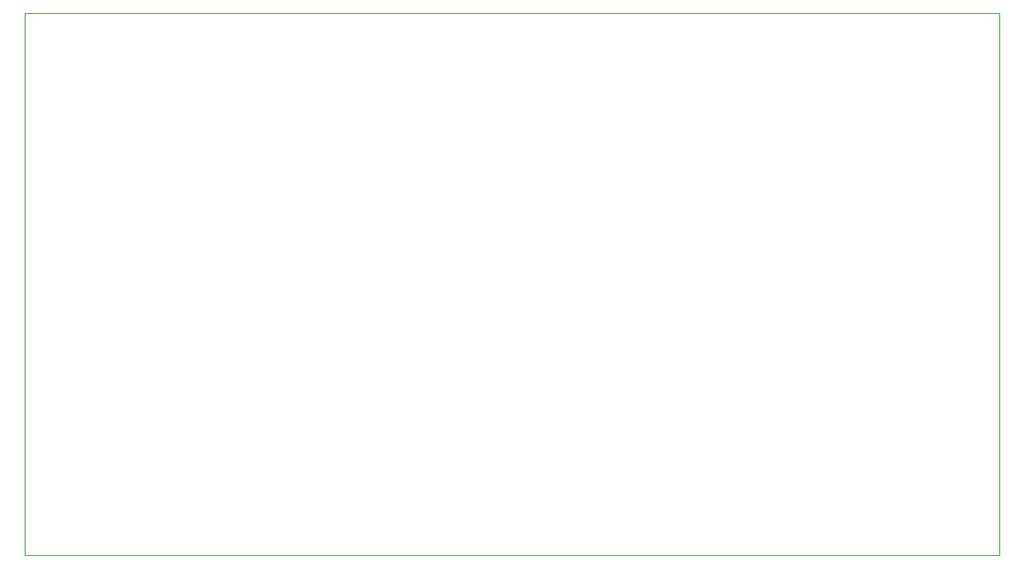
<source format=gbr>
G04 #@! TF.GenerationSoftware,KiCad,Pcbnew,5.1.5-52549c5~84~ubuntu18.04.1*
G04 #@! TF.CreationDate,2020-07-05T07:32:41-04:00*
G04 #@! TF.ProjectId,kosmo_proto,6b6f736d-6f5f-4707-926f-746f2e6b6963,rev?*
G04 #@! TF.SameCoordinates,Original*
G04 #@! TF.FileFunction,Profile,NP*
%FSLAX46Y46*%
G04 Gerber Fmt 4.6, Leading zero omitted, Abs format (unit mm)*
G04 Created by KiCad (PCBNEW 5.1.5-52549c5~84~ubuntu18.04.1) date 2020-07-05 07:32:41*
%MOMM*%
%LPD*%
G04 APERTURE LIST*
%ADD10C,0.050000*%
G04 APERTURE END LIST*
D10*
X45720000Y-109220000D02*
X45720000Y-53340000D01*
X146050000Y-109220000D02*
X45720000Y-109220000D01*
X146050000Y-53340000D02*
X146050000Y-109220000D01*
X45720000Y-53340000D02*
X146050000Y-53340000D01*
M02*

</source>
